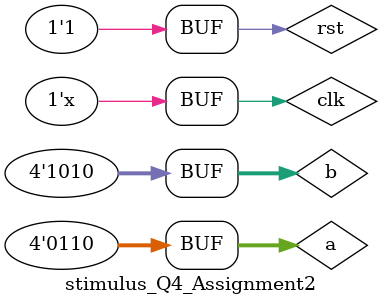
<source format=v>
module Q4_Assignment2(a, b, out, clk, rst);
  parameter N = 4;
  input signed [N-1 : 0] a, b;
  input clk, rst;
  output signed [(5 * N) - 1 : 0] out;
  reg signed [N-1 : 0] max_reg;
  reg signed [(5 * N) - 1 : 0] acc;
  reg signed [N-1 : 0] a_reg, b_reg;
  wire comparison_sel;
  assign comparison_sel = (a_reg > b_reg) ? 0 : 1;
  assign out = acc;
  always@(posedge clk, negedge rst)
  begin
    if(!rst)
    begin
      max_reg <= 0; acc <= 0; a_reg <= 0; b_reg <= 0;
    end
    else
    begin
      a_reg <= a;
      b_reg <= b;
      max_reg <= (comparison_sel == 0) ? a_reg : b_reg;
      acc <= acc + max_reg;   
    end
  end
  
endmodule

module stimulus_Q4_Assignment2();
  reg [3:0] a, b;
  reg clk, rst;
  wire [19:0] out;
  Q4_Assignment2 #(4) obj(a, b, out, clk, rst);
  integer i, j;
  
  initial
  begin
    clk = 0; rst = 0; a = 0; b = 0;
    #5 rst = 1;
    #10 a = -5; b = 10;
    #10 a = 2; b = 55;
    #10 a = 102; b = -111;
    #10 a = -90; b = 10;
  end
  
  always
  begin
    #5 clk = !clk;
  end
  
  initial
  begin
    $monitor("a = %b, b = %b, acc = %b", a, b, out);
  end
  
endmodule
</source>
